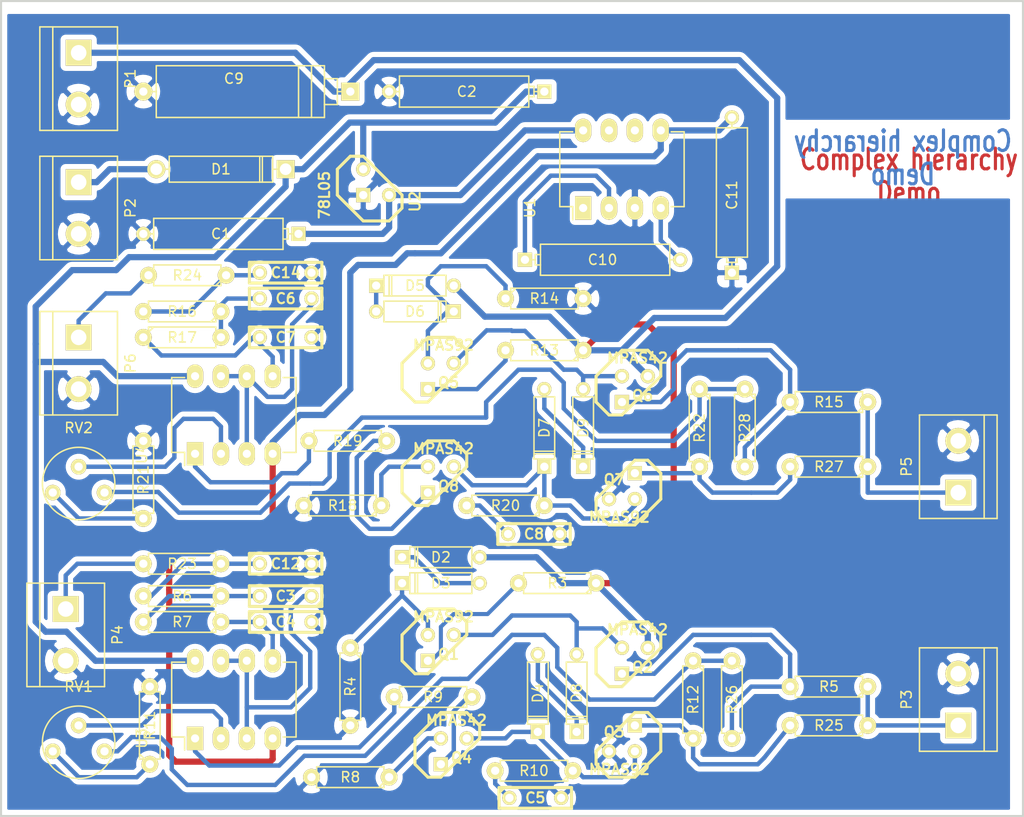
<source format=kicad_pcb>
(kicad_pcb (version 20160815) (host pcbnew "(2017-01-12 revision 9bc2bb2)-master")
  (title_block (title Actionneur_piezo) (company "Kicad devs") (comment 1 Demo))
  (layers (0 Composant power) (31 Cuivre signal) (34 B.Paste user) (35 F.Paste user) (36 B.SilkS user) (37 F.SilkS user) (38 B.Mask user) (39 F.Mask user) (44 Edge.Cuts user))
  (net 0 "")
  (net 1 -VAA)
  (net 2 /12Vext)
  (net 3 /ampli_ht_horizontal/PIEZO_IN)
  (net 4 /ampli_ht_horizontal/PIEZO_OUT)
  (net 5 /ampli_ht_horizontal/S_OUT+)
  (net 6 /ampli_ht_horizontal/Vpil_0_3,3V)
  (net 7 /ampli_ht_vertical/PIEZO_IN)
  (net 8 /ampli_ht_vertical/PIEZO_OUT)
  (net 9 /ampli_ht_vertical/S_OUT+)
  (net 10 /ampli_ht_vertical/Vpil_0_3,3V)
  (net 11 GND)
  (net 12 HT)
  (net 13 "Net-(C10-Pad1)")
  (net 14 "Net-(C10-Pad2)")
  (net 15 "Net-(C12-Pad1)")
  (net 16 "Net-(C14-Pad1)")
  (net 17 "Net-(C3-Pad2)")
  (net 18 "Net-(C4-Pad1)")
  (net 19 "Net-(C5-Pad1)")
  (net 20 "Net-(C6-Pad2)")
  (net 21 "Net-(C7-Pad1)")
  (net 22 "Net-(C8-Pad1)")
  (net 23 "Net-(D4-Pad1)")
  (net 24 "Net-(D4-Pad2)")
  (net 25 "Net-(D7-Pad1)")
  (net 26 "Net-(D7-Pad2)")
  (net 27 "Net-(Q1-PadE)")
  (net 28 "Net-(Q2-PadE)")
  (net 29 "Net-(Q3-PadE)")
  (net 30 "Net-(Q4-PadB)")
  (net 31 "Net-(Q4-PadE)")
  (net 32 "Net-(Q5-PadE)")
  (net 33 "Net-(Q6-PadE)")
  (net 34 "Net-(Q7-PadE)")
  (net 35 "Net-(Q8-PadB)")
  (net 36 "Net-(Q8-PadE)")
  (net 37 "Net-(R11-Pad1)")
  (net 38 "Net-(R19-Pad2)")
  (net 39 "Net-(R21-Pad1)")
  (net 40 "Net-(R9-Pad2)")
  (net 41 "Net-(RV1-Pad2)")
  (net 42 "Net-(RV2-Pad2)")
  (net 43 VCC)
  (net 44 "Net-(U1-Pad6)")
  (net 45 "Net-(U1-Pad7)")
  (net 46 +12V)
  (net 47 "Net-(D2-Pad1)")
  (net 48 "Net-(D3-Pad1)")
  (net 49 "Net-(D5-Pad1)")
  (net 50 "Net-(D6-Pad1)")
  (net 51 "Net-(D8-Pad2)")
  (net 52 "Net-(D9-Pad2)")
  (module Connect:bornier2 (layer Composant) (at 95.885 87.376 270)
    (fp_text reference P6 (at 0 -5.08 270) (layer F.SilkS))
    (fp_text value CONN_2)
    (pad 2 thru_hole circle (at 2.54 0 270) (size 2.54 2.54) (drill 1.524) (layers *.Cu *.Mask F.SilkS) (net 11 GND))
    (pad 1 thru_hole rect (at -2.54 0 270) (size 2.54 2.54) (drill 1.524) (layers *.Cu *.Mask F.SilkS) (net 3 /ampli_ht_horizontal/PIEZO_IN))
  )
  (module Connect:bornier2 (layer Composant) (at 182.245 97.536 90)
    (fp_text reference P5 (at 0 -5.08 90) (layer F.SilkS))
    (fp_text value CONN_2)
    (pad 2 thru_hole circle (at 2.54 0 90) (size 2.54 2.54) (drill 1.524) (layers *.Cu *.Mask F.SilkS) (net 11 GND))
    (pad 1 thru_hole rect (at -2.54 0 90) (size 2.54 2.54) (drill 1.524) (layers *.Cu *.Mask F.SilkS) (net 4 /ampli_ht_horizontal/PIEZO_OUT))
  )
  (module Connect:bornier2 (layer Composant) (at 94.615 114.046 270)
    (fp_text reference P4 (at 0 -5.08 270) (layer F.SilkS))
    (fp_text value CONN_2)
    (pad 2 thru_hole circle (at 2.54 0 270) (size 2.54 2.54) (drill 1.524) (layers *.Cu *.Mask F.SilkS) (net 11 GND))
    (pad 1 thru_hole rect (at -2.54 0 270) (size 2.54 2.54) (drill 1.524) (layers *.Cu *.Mask F.SilkS) (net 7 /ampli_ht_vertical/PIEZO_IN))
  )
  (module Connect:bornier2 (layer Composant) (at 182.245 120.396 90)
    (fp_text reference P3 (at 0 -5.08 90) (layer F.SilkS))
    (fp_text value CONN_2)
    (pad 2 thru_hole circle (at 2.54 0 90) (size 2.54 2.54) (drill 1.524) (layers *.Cu *.Mask F.SilkS) (net 11 GND))
    (pad 1 thru_hole rect (at -2.54 0 90) (size 2.54 2.54) (drill 1.524) (layers *.Cu *.Mask F.SilkS) (net 8 /ampli_ht_vertical/PIEZO_OUT))
  )
  (module Connect:bornier2 (layer Composant) (at 95.885 72.136 270)
    (fp_text reference P2 (at 0 -5.08 270) (layer F.SilkS))
    (fp_text value CONN_2)
    (pad 2 thru_hole circle (at 2.54 0 270) (size 2.54 2.54) (drill 1.524) (layers *.Cu *.Mask F.SilkS) (net 11 GND))
    (pad 1 thru_hole rect (at -2.54 0 270) (size 2.54 2.54) (drill 1.524) (layers *.Cu *.Mask F.SilkS) (net 2 /12Vext))
  )
  (module Connect:bornier2 (layer Composant) (at 95.885 59.436 270)
    (fp_text reference P1 (at 0 -5.08 270) (layer F.SilkS))
    (fp_text value CONN_2)
    (pad 2 thru_hole circle (at 2.54 0 270) (size 2.54 2.54) (drill 1.524) (layers *.Cu *.Mask F.SilkS) (net 11 GND))
    (pad 1 thru_hole rect (at -2.54 0 270) (size 2.54 2.54) (drill 1.524) (layers *.Cu *.Mask F.SilkS) (net 12 HT))
  )
  (module Housings_DIP:DIP-8_W7.62mm_LongPads (layer Composant) (at 145.415 72.136 90)
    (fp_text reference U1 (at 0 -5.22 90) (layer F.SilkS))
    (fp_text value ICL7660)
    (pad 8 thru_hole oval (at 7.62 0 90) (size 2.3 1.6) (drill 0.8) (layers *.Cu *.Mask F.SilkS) (net 43 VCC))
    (pad 7 thru_hole oval (at 7.62 2.54 90) (size 2.3 1.6) (drill 0.8) (layers *.Cu *.Mask F.SilkS) (net 45 "Net-(U1-Pad7)"))
    (pad 6 thru_hole oval (at 7.62 5.08 90) (size 2.3 1.6) (drill 0.8) (layers *.Cu *.Mask F.SilkS) (net 44 "Net-(U1-Pad6)"))
    (pad 5 thru_hole oval (at 7.62 7.62 90) (size 2.3 1.6) (drill 0.8) (layers *.Cu *.Mask F.SilkS) (net 1 -VAA))
    (pad 4 thru_hole oval (at 0 7.62 90) (size 2.3 1.6) (drill 0.8) (layers *.Cu *.Mask F.SilkS) (net 14 "Net-(C10-Pad2)"))
    (pad 3 thru_hole oval (at 0 5.08 90) (size 2.3 1.6) (drill 0.8) (layers *.Cu *.Mask F.SilkS) (net 11 GND))
    (pad 2 thru_hole oval (at 0 2.54 90) (size 2.3 1.6) (drill 0.8) (layers *.Cu *.Mask F.SilkS) (net 13 "Net-(C10-Pad1)"))
    (pad 1 thru_hole rect (at 0 0 90) (size 2.3 1.6) (drill 0.8) (layers *.Cu *.Mask F.SilkS))
  )
  (module Housings_DIP:DIP-8_W7.62mm_LongPads (layer Composant) (at 107.315 124.206 90)
    (fp_text reference U3 (at 0 -5.22 90) (layer F.SilkS))
    (fp_text value LM358N)
    (pad 8 thru_hole oval (at 7.62 0 90) (size 2.3 1.6) (drill 0.8) (layers *.Cu *.Mask F.SilkS) (net 46 +12V))
    (pad 7 thru_hole oval (at 7.62 2.54 90) (size 2.3 1.6) (drill 0.8) (layers *.Cu *.Mask F.SilkS) (net 10 /ampli_ht_vertical/Vpil_0_3,3V))
    (pad 6 thru_hole oval (at 7.62 5.08 90) (size 2.3 1.6) (drill 0.8) (layers *.Cu *.Mask F.SilkS) (net 10 /ampli_ht_vertical/Vpil_0_3,3V))
    (pad 5 thru_hole oval (at 7.62 7.62 90) (size 2.3 1.6) (drill 0.8) (layers *.Cu *.Mask F.SilkS) (net 18 "Net-(C4-Pad1)"))
    (pad 4 thru_hole oval (at 0 7.62 90) (size 2.3 1.6) (drill 0.8) (layers *.Cu *.Mask F.SilkS) (net 1 -VAA))
    (pad 3 thru_hole oval (at 0 5.08 90) (size 2.3 1.6) (drill 0.8) (layers *.Cu *.Mask F.SilkS) (net 10 /ampli_ht_vertical/Vpil_0_3,3V))
    (pad 2 thru_hole oval (at 0 2.54 90) (size 2.3 1.6) (drill 0.8) (layers *.Cu *.Mask F.SilkS) (net 41 "Net-(RV1-Pad2)"))
    (pad 1 thru_hole rect (at 0 0 90) (size 2.3 1.6) (drill 0.8) (layers *.Cu *.Mask F.SilkS) (net 40 "Net-(R9-Pad2)"))
  )
  (module Housings_DIP:DIP-8_W7.62mm_LongPads (layer Composant) (at 107.315 96.266 90)
    (fp_text reference U4 (at 0 -5.22 90) (layer F.SilkS))
    (fp_text value LM358N)
    (pad 8 thru_hole oval (at 7.62 0 90) (size 2.3 1.6) (drill 0.8) (layers *.Cu *.Mask F.SilkS) (net 46 +12V))
    (pad 7 thru_hole oval (at 7.62 2.54 90) (size 2.3 1.6) (drill 0.8) (layers *.Cu *.Mask F.SilkS) (net 6 /ampli_ht_horizontal/Vpil_0_3,3V))
    (pad 6 thru_hole oval (at 7.62 5.08 90) (size 2.3 1.6) (drill 0.8) (layers *.Cu *.Mask F.SilkS) (net 6 /ampli_ht_horizontal/Vpil_0_3,3V))
    (pad 5 thru_hole oval (at 7.62 7.62 90) (size 2.3 1.6) (drill 0.8) (layers *.Cu *.Mask F.SilkS) (net 21 "Net-(C7-Pad1)"))
    (pad 4 thru_hole oval (at 0 7.62 90) (size 2.3 1.6) (drill 0.8) (layers *.Cu *.Mask F.SilkS) (net 1 -VAA))
    (pad 3 thru_hole oval (at 0 5.08 90) (size 2.3 1.6) (drill 0.8) (layers *.Cu *.Mask F.SilkS) (net 6 /ampli_ht_horizontal/Vpil_0_3,3V))
    (pad 2 thru_hole oval (at 0 2.54 90) (size 2.3 1.6) (drill 0.8) (layers *.Cu *.Mask F.SilkS) (net 42 "Net-(RV2-Pad2)"))
    (pad 1 thru_hole rect (at 0 0 90) (size 2.3 1.6) (drill 0.8) (layers *.Cu *.Mask F.SilkS) (net 38 "Net-(R19-Pad2)"))
  )
  (module Discret:CP6 (layer Composant) (at 109.855 74.676 180)
    (fp_text reference C1 (at 0 0 180) (layer F.SilkS))
    (fp_text value 47uF)
    (pad 1 thru_hole rect (at -7.62 0 180) (size 1.397 1.397) (drill 0.8128) (layers *.Cu *.Mask F.SilkS) (net 43 VCC))
    (pad 2 thru_hole circle (at 7.62 0 180) (size 1.397 1.397) (drill 0.8128) (layers *.Cu *.Mask F.SilkS) (net 11 GND))
  )
  (module Discret:CP6 (layer Composant) (at 133.985 60.706 180)
    (fp_text reference C2 (at 0 0 180) (layer F.SilkS))
    (fp_text value 47uF/20V)
    (pad 1 thru_hole rect (at -7.62 0 180) (size 1.397 1.397) (drill 0.8128) (layers *.Cu *.Mask F.SilkS) (net 46 +12V))
    (pad 2 thru_hole circle (at 7.62 0 180) (size 1.397 1.397) (drill 0.8128) (layers *.Cu *.Mask F.SilkS) (net 11 GND))
  )
  (module Discret:C2 (layer Composant) (at 116.205 110.236 180)
    (fp_text reference C3 (at 0 0 180) (layer F.SilkS) (effects (font (thickness 0.2))))
    (fp_text value 15nF hide)
    (pad 1 thru_hole circle (at -2.54 0 180) (size 1.397 1.397) (drill 0.8128) (layers *.Cu *.Mask F.SilkS) (net 10 /ampli_ht_vertical/Vpil_0_3,3V))
    (pad 2 thru_hole circle (at 2.54 0 180) (size 1.397 1.397) (drill 0.8128) (layers *.Cu *.Mask F.SilkS) (net 17 "Net-(C3-Pad2)"))
  )
  (module Discret:C2 (layer Composant) (at 116.205 112.776)
    (fp_text reference C4 (at 0 0) (layer F.SilkS) (effects (font (thickness 0.2))))
    (fp_text value 4.7nF hide)
    (pad 1 thru_hole circle (at -2.54 0) (size 1.397 1.397) (drill 0.8128) (layers *.Cu *.Mask F.SilkS) (net 18 "Net-(C4-Pad1)"))
    (pad 2 thru_hole circle (at 2.54 0) (size 1.397 1.397) (drill 0.8128) (layers *.Cu *.Mask F.SilkS) (net 11 GND))
  )
  (module Discret:C2 (layer Composant) (at 140.716 130.048)
    (fp_text reference C5 (at 0 0) (layer F.SilkS) (effects (font (thickness 0.2))))
    (fp_text value 820pF hide)
    (pad 1 thru_hole circle (at -2.54 0) (size 1.397 1.397) (drill 0.8128) (layers *.Cu *.Mask F.SilkS) (net 19 "Net-(C5-Pad1)"))
    (pad 2 thru_hole circle (at 2.54 0) (size 1.397 1.397) (drill 0.8128) (layers *.Cu *.Mask F.SilkS) (net 11 GND))
  )
  (module Discret:C2 (layer Composant) (at 116.205 81.026 180)
    (fp_text reference C6 (at 0 0 180) (layer F.SilkS) (effects (font (thickness 0.2))))
    (fp_text value 15nF hide)
    (pad 1 thru_hole circle (at -2.54 0 180) (size 1.397 1.397) (drill 0.8128) (layers *.Cu *.Mask F.SilkS) (net 6 /ampli_ht_horizontal/Vpil_0_3,3V))
    (pad 2 thru_hole circle (at 2.54 0 180) (size 1.397 1.397) (drill 0.8128) (layers *.Cu *.Mask F.SilkS) (net 20 "Net-(C6-Pad2)"))
  )
  (module Discret:C2 (layer Composant) (at 116.205 84.836)
    (fp_text reference C7 (at 0 0) (layer F.SilkS) (effects (font (thickness 0.2))))
    (fp_text value 4.7nF hide)
    (pad 1 thru_hole circle (at -2.54 0) (size 1.397 1.397) (drill 0.8128) (layers *.Cu *.Mask F.SilkS) (net 21 "Net-(C7-Pad1)"))
    (pad 2 thru_hole circle (at 2.54 0) (size 1.397 1.397) (drill 0.8128) (layers *.Cu *.Mask F.SilkS) (net 11 GND))
  )
  (module Discret:C2 (layer Composant) (at 140.589 104.14)
    (fp_text reference C8 (at 0 0) (layer F.SilkS) (effects (font (thickness 0.2))))
    (fp_text value 820pF hide)
    (pad 1 thru_hole circle (at -2.54 0) (size 1.397 1.397) (drill 0.8128) (layers *.Cu *.Mask F.SilkS) (net 22 "Net-(C8-Pad1)"))
    (pad 2 thru_hole circle (at 2.54 0) (size 1.397 1.397) (drill 0.8128) (layers *.Cu *.Mask F.SilkS) (net 11 GND))
  )
  (module Discret:CP8 (layer Composant) (at 112.395 60.706 180)
    (fp_text reference C9 (at 1.27 1.27 180) (layer F.SilkS))
    (fp_text value 47uF/63V)
    (pad 1 thru_hole rect (at -10.16 0 180) (size 1.778 1.778) (drill 0.8128) (layers *.Cu *.Mask F.SilkS) (net 12 HT))
    (pad 2 thru_hole circle (at 10.16 0 180) (size 1.778 1.778) (drill 0.8128) (layers *.Cu *.Mask F.SilkS) (net 11 GND))
  )
  (module Discret:CP6 (layer Composant) (at 147.32 77.216)
    (fp_text reference C10 (at 0 0) (layer F.SilkS))
    (fp_text value 10uF)
    (pad 1 thru_hole rect (at -7.62 0) (size 1.397 1.397) (drill 0.8128) (layers *.Cu *.Mask F.SilkS) (net 13 "Net-(C10-Pad1)"))
    (pad 2 thru_hole circle (at 7.62 0) (size 1.397 1.397) (drill 0.8128) (layers *.Cu *.Mask F.SilkS) (net 14 "Net-(C10-Pad2)"))
  )
  (module Discret:CP6 (layer Composant) (at 160.02 70.866 90)
    (fp_text reference C11 (at 0 0 90) (layer F.SilkS))
    (fp_text value 10uF)
    (pad 1 thru_hole rect (at -7.62 0 90) (size 1.397 1.397) (drill 0.8128) (layers *.Cu *.Mask F.SilkS) (net 11 GND))
    (pad 2 thru_hole circle (at 7.62 0 90) (size 1.397 1.397) (drill 0.8128) (layers *.Cu *.Mask F.SilkS) (net 1 -VAA))
  )
  (module Discret:C2 (layer Composant) (at 116.205 107.061)
    (fp_text reference C12 (at 0 0) (layer F.SilkS) (effects (font (thickness 0.2))))
    (fp_text value 150nF hide)
    (pad 1 thru_hole circle (at -2.54 0) (size 1.397 1.397) (drill 0.8128) (layers *.Cu *.Mask F.SilkS) (net 15 "Net-(C12-Pad1)"))
    (pad 2 thru_hole circle (at 2.54 0) (size 1.397 1.397) (drill 0.8128) (layers *.Cu *.Mask F.SilkS) (net 11 GND))
  )
  (module Discret:C2 (layer Composant) (at 116.205 78.486)
    (fp_text reference C14 (at 0 0) (layer F.SilkS) (effects (font (thickness 0.2))))
    (fp_text value 150nF hide)
    (pad 1 thru_hole circle (at -2.54 0) (size 1.397 1.397) (drill 0.8128) (layers *.Cu *.Mask F.SilkS) (net 16 "Net-(C14-Pad1)"))
    (pad 2 thru_hole circle (at 2.54 0) (size 1.397 1.397) (drill 0.8128) (layers *.Cu *.Mask F.SilkS) (net 11 GND))
  )
  (module Discret:D5 (layer Composant) (at 109.855 68.326)
    (fp_text reference D1 (at 0 0) (layer F.SilkS))
    (fp_text value 1N4007)
    (pad 2 thru_hole circle (at -6.35 0) (size 1.778 1.778) (drill 1.143) (layers *.Cu *.Mask F.SilkS) (net 2 /12Vext))
    (pad 1 thru_hole rect (at 6.35 0) (size 1.778 1.778) (drill 1.143) (layers *.Cu *.Mask F.SilkS) (net 46 +12V))
  )
  (module Discret:D3 (layer Composant) (at 131.445 106.426 180)
    (fp_text reference D2 (at 0 0 180) (layer F.SilkS))
    (fp_text value 1N4148)
    (pad 1 thru_hole rect (at 3.81 0 180) (size 1.397 1.397) (drill 0.8128) (layers *.Cu *.Mask F.SilkS) (net 47 "Net-(D2-Pad1)"))
    (pad 2 thru_hole circle (at -3.81 0 180) (size 1.397 1.397) (drill 0.8128) (layers *.Cu *.Mask F.SilkS) (net 12 HT))
  )
  (module Discret:D3 (layer Composant) (at 131.445 108.966 180)
    (fp_text reference D3 (at 0 0 180) (layer F.SilkS))
    (fp_text value 1N4148)
    (pad 1 thru_hole rect (at 3.81 0 180) (size 1.397 1.397) (drill 0.8128) (layers *.Cu *.Mask F.SilkS) (net 48 "Net-(D3-Pad1)"))
    (pad 2 thru_hole circle (at -3.81 0 180) (size 1.397 1.397) (drill 0.8128) (layers *.Cu *.Mask F.SilkS) (net 47 "Net-(D2-Pad1)"))
  )
  (module Discret:D3 (layer Composant) (at 140.97 119.761 270)
    (fp_text reference D4 (at 0 0 270) (layer F.SilkS))
    (fp_text value 1N4148)
    (pad 1 thru_hole rect (at 3.81 0 270) (size 1.397 1.397) (drill 0.8128) (layers *.Cu *.Mask F.SilkS) (net 23 "Net-(D4-Pad1)"))
    (pad 2 thru_hole circle (at -3.81 0 270) (size 1.397 1.397) (drill 0.8128) (layers *.Cu *.Mask F.SilkS) (net 24 "Net-(D4-Pad2)"))
  )
  (module Discret:D3 (layer Composant) (at 128.905 79.756 180)
    (fp_text reference D5 (at 0 0 180) (layer F.SilkS))
    (fp_text value 1N4148)
    (pad 1 thru_hole rect (at 3.81 0 180) (size 1.397 1.397) (drill 0.8128) (layers *.Cu *.Mask F.SilkS) (net 49 "Net-(D5-Pad1)"))
    (pad 2 thru_hole circle (at -3.81 0 180) (size 1.397 1.397) (drill 0.8128) (layers *.Cu *.Mask F.SilkS) (net 12 HT))
  )
  (module Discret:D3 (layer Composant) (at 128.905 82.296)
    (fp_text reference D6 (at 0 0) (layer F.SilkS))
    (fp_text value 1N4148)
    (pad 1 thru_hole rect (at 3.81 0) (size 1.397 1.397) (drill 0.8128) (layers *.Cu *.Mask F.SilkS) (net 50 "Net-(D6-Pad1)"))
    (pad 2 thru_hole circle (at -3.81 0) (size 1.397 1.397) (drill 0.8128) (layers *.Cu *.Mask F.SilkS) (net 49 "Net-(D5-Pad1)"))
  )
  (module Discret:D3 (layer Composant) (at 141.605 93.726 270)
    (fp_text reference D7 (at 0 0 270) (layer F.SilkS))
    (fp_text value 1N4148)
    (pad 1 thru_hole rect (at 3.81 0 270) (size 1.397 1.397) (drill 0.8128) (layers *.Cu *.Mask F.SilkS) (net 25 "Net-(D7-Pad1)"))
    (pad 2 thru_hole circle (at -3.81 0 270) (size 1.397 1.397) (drill 0.8128) (layers *.Cu *.Mask F.SilkS) (net 26 "Net-(D7-Pad2)"))
  )
  (module Discret:D3 (layer Composant) (at 144.78 119.761 270)
    (fp_text reference D8 (at 0 0 270) (layer F.SilkS))
    (fp_text value 1N4148)
    (pad 1 thru_hole rect (at 3.81 0 270) (size 1.397 1.397) (drill 0.8128) (layers *.Cu *.Mask F.SilkS) (net 24 "Net-(D4-Pad2)"))
    (pad 2 thru_hole circle (at -3.81 0 270) (size 1.397 1.397) (drill 0.8128) (layers *.Cu *.Mask F.SilkS) (net 51 "Net-(D8-Pad2)"))
  )
  (module Discret:D3 (layer Composant) (at 145.415 93.726 270)
    (fp_text reference D9 (at 0 0 270) (layer F.SilkS))
    (fp_text value 1N4148)
    (pad 1 thru_hole rect (at 3.81 0 270) (size 1.397 1.397) (drill 0.8128) (layers *.Cu *.Mask F.SilkS) (net 26 "Net-(D7-Pad2)"))
    (pad 2 thru_hole circle (at -3.81 0 270) (size 1.397 1.397) (drill 0.8128) (layers *.Cu *.Mask F.SilkS) (net 52 "Net-(D9-Pad2)"))
  )
  (module Discret:TO92-CBE (layer Composant) (at 131.445 115.316)
    (fp_text reference Q1 (at 0.762 0.635) (layer F.SilkS) (effects (font (size 1.016 1.016) (thickness 0.2032))))
    (fp_text value MPAS92 (at 0.254 -3.048) (layer F.SilkS) (effects (font (size 1.016 1.016) (thickness 0.2032))))
    (pad E thru_hole rect (at -1.27 1.27) (size 1.397 1.397) (drill 0.8128) (layers *.Cu *.Mask F.SilkS) (net 27 "Net-(Q1-PadE)"))
    (pad B thru_hole circle (at -1.27 -1.27) (size 1.397 1.397) (drill 0.8128) (layers *.Cu *.Mask F.SilkS) (net 48 "Net-(D3-Pad1)"))
    (pad C thru_hole circle (at 1.27 -1.27) (size 1.397 1.397) (drill 0.8128) (layers *.Cu *.Mask F.SilkS) (net 51 "Net-(D8-Pad2)"))
  )
  (module Discret:TO92-CBE (layer Composant) (at 150.495 116.586)
    (fp_text reference Q2 (at 0.762 0.635) (layer F.SilkS) (effects (font (size 1.016 1.016) (thickness 0.2032))))
    (fp_text value MPAS42 (at 0.254 -3.048) (layer F.SilkS) (effects (font (size 1.016 1.016) (thickness 0.2032))))
    (pad E thru_hole rect (at -1.27 1.27) (size 1.397 1.397) (drill 0.8128) (layers *.Cu *.Mask F.SilkS) (net 28 "Net-(Q2-PadE)"))
    (pad B thru_hole circle (at -1.27 -1.27) (size 1.397 1.397) (drill 0.8128) (layers *.Cu *.Mask F.SilkS) (net 51 "Net-(D8-Pad2)"))
    (pad C thru_hole circle (at 1.27 -1.27) (size 1.397 1.397) (drill 0.8128) (layers *.Cu *.Mask F.SilkS) (net 12 HT))
  )
  (module Discret:TO92-CBE (layer Composant) (at 149.225 124.206 180)
    (fp_text reference Q3 (at 0.762 0.635 180) (layer F.SilkS) (effects (font (size 1.016 1.016) (thickness 0.2032))))
    (fp_text value MPAS92 (at 0.254 -3.048 180) (layer F.SilkS) (effects (font (size 1.016 1.016) (thickness 0.2032))))
    (pad E thru_hole rect (at -1.27 1.27 180) (size 1.397 1.397) (drill 0.8128) (layers *.Cu *.Mask F.SilkS) (net 29 "Net-(Q3-PadE)"))
    (pad B thru_hole circle (at -1.27 -1.27 180) (size 1.397 1.397) (drill 0.8128) (layers *.Cu *.Mask F.SilkS) (net 23 "Net-(D4-Pad1)"))
    (pad C thru_hole circle (at 1.27 -1.27 180) (size 1.397 1.397) (drill 0.8128) (layers *.Cu *.Mask F.SilkS) (net 11 GND))
  )
  (module Discret:TO92-CBE (layer Composant) (at 132.715 125.476)
    (fp_text reference Q4 (at 0.762 0.635) (layer F.SilkS) (effects (font (size 1.016 1.016) (thickness 0.2032))))
    (fp_text value MPAS42 (at 0.254 -3.048) (layer F.SilkS) (effects (font (size 1.016 1.016) (thickness 0.2032))))
    (pad E thru_hole rect (at -1.27 1.27) (size 1.397 1.397) (drill 0.8128) (layers *.Cu *.Mask F.SilkS) (net 31 "Net-(Q4-PadE)"))
    (pad B thru_hole circle (at -1.27 -1.27) (size 1.397 1.397) (drill 0.8128) (layers *.Cu *.Mask F.SilkS) (net 30 "Net-(Q4-PadB)"))
    (pad C thru_hole circle (at 1.27 -1.27) (size 1.397 1.397) (drill 0.8128) (layers *.Cu *.Mask F.SilkS) (net 23 "Net-(D4-Pad1)"))
  )
  (module Discret:TO92-CBE (layer Composant) (at 131.445 88.646)
    (fp_text reference Q5 (at 0.762 0.635) (layer F.SilkS) (effects (font (size 1.016 1.016) (thickness 0.2032))))
    (fp_text value MPAS92 (at 0.254 -3.048) (layer F.SilkS) (effects (font (size 1.016 1.016) (thickness 0.2032))))
    (pad E thru_hole rect (at -1.27 1.27) (size 1.397 1.397) (drill 0.8128) (layers *.Cu *.Mask F.SilkS) (net 32 "Net-(Q5-PadE)"))
    (pad B thru_hole circle (at -1.27 -1.27) (size 1.397 1.397) (drill 0.8128) (layers *.Cu *.Mask F.SilkS) (net 50 "Net-(D6-Pad1)"))
    (pad C thru_hole circle (at 1.27 -1.27) (size 1.397 1.397) (drill 0.8128) (layers *.Cu *.Mask F.SilkS) (net 52 "Net-(D9-Pad2)"))
  )
  (module Discret:TO92-CBE (layer Composant) (at 150.495 89.916)
    (fp_text reference Q6 (at 0.762 0.635) (layer F.SilkS) (effects (font (size 1.016 1.016) (thickness 0.2032))))
    (fp_text value MPAS42 (at 0.254 -3.048) (layer F.SilkS) (effects (font (size 1.016 1.016) (thickness 0.2032))))
    (pad E thru_hole rect (at -1.27 1.27) (size 1.397 1.397) (drill 0.8128) (layers *.Cu *.Mask F.SilkS) (net 33 "Net-(Q6-PadE)"))
    (pad B thru_hole circle (at -1.27 -1.27) (size 1.397 1.397) (drill 0.8128) (layers *.Cu *.Mask F.SilkS) (net 52 "Net-(D9-Pad2)"))
    (pad C thru_hole circle (at 1.27 -1.27) (size 1.397 1.397) (drill 0.8128) (layers *.Cu *.Mask F.SilkS) (net 12 HT))
  )
  (module Discret:TO92-CBE (layer Composant) (at 149.225 99.441 180)
    (fp_text reference Q7 (at 0.762 0.635 180) (layer F.SilkS) (effects (font (size 1.016 1.016) (thickness 0.2032))))
    (fp_text value MPAS92 (at 0.254 -3.048 180) (layer F.SilkS) (effects (font (size 1.016 1.016) (thickness 0.2032))))
    (pad E thru_hole rect (at -1.27 1.27 180) (size 1.397 1.397) (drill 0.8128) (layers *.Cu *.Mask F.SilkS) (net 34 "Net-(Q7-PadE)"))
    (pad B thru_hole circle (at -1.27 -1.27 180) (size 1.397 1.397) (drill 0.8128) (layers *.Cu *.Mask F.SilkS) (net 25 "Net-(D7-Pad1)"))
    (pad C thru_hole circle (at 1.27 -1.27 180) (size 1.397 1.397) (drill 0.8128) (layers *.Cu *.Mask F.SilkS) (net 11 GND))
  )
  (module Discret:TO92-CBE (layer Composant) (at 131.445 98.806)
    (fp_text reference Q8 (at 0.762 0.635) (layer F.SilkS) (effects (font (size 1.016 1.016) (thickness 0.2032))))
    (fp_text value MPAS42 (at 0.254 -3.048) (layer F.SilkS) (effects (font (size 1.016 1.016) (thickness 0.2032))))
    (pad E thru_hole rect (at -1.27 1.27) (size 1.397 1.397) (drill 0.8128) (layers *.Cu *.Mask F.SilkS) (net 36 "Net-(Q8-PadE)"))
    (pad B thru_hole circle (at -1.27 -1.27) (size 1.397 1.397) (drill 0.8128) (layers *.Cu *.Mask F.SilkS) (net 35 "Net-(Q8-PadB)"))
    (pad C thru_hole circle (at 1.27 -1.27) (size 1.397 1.397) (drill 0.8128) (layers *.Cu *.Mask F.SilkS) (net 25 "Net-(D7-Pad1)"))
  )
  (module Discret:R3-LARGE_PADS (layer Composant) (at 142.875 108.966 180)
    (fp_text reference R3 (at 0 0 180) (layer F.SilkS))
    (fp_text value 470)
    (pad 1 thru_hole circle (at -3.81 0 180) (size 1.651 1.651) (drill 0.8128) (layers *.Cu *.Mask F.SilkS) (net 12 HT))
    (pad 2 thru_hole circle (at 3.81 0 180) (size 1.651 1.651) (drill 0.8128) (layers *.Cu *.Mask F.SilkS) (net 27 "Net-(Q1-PadE)"))
  )
  (module Discret:R3-LARGE_PADS (layer Composant) (at 122.555 119.126 270)
    (fp_text reference R4 (at 0 0 270) (layer F.SilkS))
    (fp_text value 220K)
    (pad 1 thru_hole circle (at -3.81 0 270) (size 1.651 1.651) (drill 0.8128) (layers *.Cu *.Mask F.SilkS) (net 48 "Net-(D3-Pad1)"))
    (pad 2 thru_hole circle (at 3.81 0 270) (size 1.651 1.651) (drill 0.8128) (layers *.Cu *.Mask F.SilkS) (net 11 GND))
  )
  (module Discret:R3-LARGE_PADS (layer Composant) (at 169.545 119.126 180)
    (fp_text reference R5 (at 0 0 180) (layer F.SilkS))
    (fp_text value 47)
    (pad 1 thru_hole circle (at -3.81 0 180) (size 1.651 1.651) (drill 0.8128) (layers *.Cu *.Mask F.SilkS) (net 8 /ampli_ht_vertical/PIEZO_OUT))
    (pad 2 thru_hole circle (at 3.81 0 180) (size 1.651 1.651) (drill 0.8128) (layers *.Cu *.Mask F.SilkS) (net 28 "Net-(Q2-PadE)"))
  )
  (module Discret:R3-LARGE_PADS (layer Composant) (at 106.045 110.236 180)
    (fp_text reference R6 (at 0 0 180) (layer F.SilkS))
    (fp_text value 22K)
    (pad 1 thru_hole circle (at -3.81 0 180) (size 1.651 1.651) (drill 0.8128) (layers *.Cu *.Mask F.SilkS) (net 17 "Net-(C3-Pad2)"))
    (pad 2 thru_hole circle (at 3.81 0 180) (size 1.651 1.651) (drill 0.8128) (layers *.Cu *.Mask F.SilkS) (net 15 "Net-(C12-Pad1)"))
  )
  (module Discret:R3-LARGE_PADS (layer Composant) (at 106.045 112.776 180)
    (fp_text reference R7 (at 0 0 180) (layer F.SilkS))
    (fp_text value 22K)
    (pad 1 thru_hole circle (at -3.81 0 180) (size 1.651 1.651) (drill 0.8128) (layers *.Cu *.Mask F.SilkS) (net 18 "Net-(C4-Pad1)"))
    (pad 2 thru_hole circle (at 3.81 0 180) (size 1.651 1.651) (drill 0.8128) (layers *.Cu *.Mask F.SilkS) (net 17 "Net-(C3-Pad2)"))
  )
  (module Discret:R3-LARGE_PADS (layer Composant) (at 122.555 128.016 180)
    (fp_text reference R8 (at 0 0 180) (layer F.SilkS))
    (fp_text value 1K)
    (pad 1 thru_hole circle (at -3.81 0 180) (size 1.651 1.651) (drill 0.8128) (layers *.Cu *.Mask F.SilkS) (net 30 "Net-(Q4-PadB)"))
    (pad 2 thru_hole circle (at 3.81 0 180) (size 1.651 1.651) (drill 0.8128) (layers *.Cu *.Mask F.SilkS) (net 11 GND))
  )
  (module Discret:R3-LARGE_PADS (layer Composant) (at 130.683 120.142 180)
    (fp_text reference R9 (at 0 0 180) (layer F.SilkS))
    (fp_text value 1K)
    (pad 1 thru_hole circle (at -3.81 0 180) (size 1.651 1.651) (drill 0.8128) (layers *.Cu *.Mask F.SilkS) (net 31 "Net-(Q4-PadE)"))
    (pad 2 thru_hole circle (at 3.81 0 180) (size 1.651 1.651) (drill 0.8128) (layers *.Cu *.Mask F.SilkS) (net 40 "Net-(R9-Pad2)"))
  )
  (module Discret:R3-LARGE_PADS (layer Composant) (at 140.589 127.381 180)
    (fp_text reference R10 (at 0 0 180) (layer F.SilkS))
    (fp_text value 5,6K)
    (pad 1 thru_hole circle (at -3.81 0 180) (size 1.651 1.651) (drill 0.8128) (layers *.Cu *.Mask F.SilkS) (net 23 "Net-(D4-Pad1)"))
    (pad 2 thru_hole circle (at 3.81 0 180) (size 1.651 1.651) (drill 0.8128) (layers *.Cu *.Mask F.SilkS) (net 19 "Net-(C5-Pad1)"))
  )
  (module Discret:R3-LARGE_PADS (layer Composant) (at 102.87 122.936 90)
    (fp_text reference R11 (at 0 0 90) (layer F.SilkS))
    (fp_text value 4,7K)
    (pad 1 thru_hole circle (at -3.81 0 90) (size 1.651 1.651) (drill 0.8128) (layers *.Cu *.Mask F.SilkS) (net 37 "Net-(R11-Pad1)"))
    (pad 2 thru_hole circle (at 3.81 0 90) (size 1.651 1.651) (drill 0.8128) (layers *.Cu *.Mask F.SilkS) (net 11 GND))
  )
  (module Discret:R3-LARGE_PADS (layer Composant) (at 156.21 120.396 270)
    (fp_text reference R12 (at 0 0 270) (layer F.SilkS))
    (fp_text value 220K)
    (pad 1 thru_hole circle (at -3.81 0 270) (size 1.651 1.651) (drill 0.8128) (layers *.Cu *.Mask F.SilkS) (net 9 /ampli_ht_vertical/S_OUT+))
    (pad 2 thru_hole circle (at 3.81 0 270) (size 1.651 1.651) (drill 0.8128) (layers *.Cu *.Mask F.SilkS) (net 29 "Net-(Q3-PadE)"))
  )
  (module Discret:R3-LARGE_PADS (layer Composant) (at 141.605 86.106 180)
    (fp_text reference R13 (at 0 0 180) (layer F.SilkS))
    (fp_text value 470)
    (pad 1 thru_hole circle (at -3.81 0 180) (size 1.651 1.651) (drill 0.8128) (layers *.Cu *.Mask F.SilkS) (net 12 HT))
    (pad 2 thru_hole circle (at 3.81 0 180) (size 1.651 1.651) (drill 0.8128) (layers *.Cu *.Mask F.SilkS) (net 32 "Net-(Q5-PadE)"))
  )
  (module Discret:R3-LARGE_PADS (layer Composant) (at 141.605 81.026)
    (fp_text reference R14 (at 0 0) (layer F.SilkS))
    (fp_text value 220K)
    (pad 1 thru_hole circle (at -3.81 0) (size 1.651 1.651) (drill 0.8128) (layers *.Cu *.Mask F.SilkS) (net 50 "Net-(D6-Pad1)"))
    (pad 2 thru_hole circle (at 3.81 0) (size 1.651 1.651) (drill 0.8128) (layers *.Cu *.Mask F.SilkS) (net 11 GND))
  )
  (module Discret:R3-LARGE_PADS (layer Composant) (at 169.545 91.186 180)
    (fp_text reference R15 (at 0 0 180) (layer F.SilkS))
    (fp_text value 47)
    (pad 1 thru_hole circle (at -3.81 0 180) (size 1.651 1.651) (drill 0.8128) (layers *.Cu *.Mask F.SilkS) (net 4 /ampli_ht_horizontal/PIEZO_OUT))
    (pad 2 thru_hole circle (at 3.81 0 180) (size 1.651 1.651) (drill 0.8128) (layers *.Cu *.Mask F.SilkS) (net 33 "Net-(Q6-PadE)"))
  )
  (module Discret:R3-LARGE_PADS (layer Composant) (at 106.045 82.296 180)
    (fp_text reference R16 (at 0 0 180) (layer F.SilkS))
    (fp_text value 22K)
    (pad 1 thru_hole circle (at -3.81 0 180) (size 1.651 1.651) (drill 0.8128) (layers *.Cu *.Mask F.SilkS) (net 20 "Net-(C6-Pad2)"))
    (pad 2 thru_hole circle (at 3.81 0 180) (size 1.651 1.651) (drill 0.8128) (layers *.Cu *.Mask F.SilkS) (net 16 "Net-(C14-Pad1)"))
  )
  (module Discret:R3-LARGE_PADS (layer Composant) (at 106.045 84.836)
    (fp_text reference R17 (at 0 0) (layer F.SilkS))
    (fp_text value 22K)
    (pad 1 thru_hole circle (at -3.81 0) (size 1.651 1.651) (drill 0.8128) (layers *.Cu *.Mask F.SilkS) (net 21 "Net-(C7-Pad1)"))
    (pad 2 thru_hole circle (at 3.81 0) (size 1.651 1.651) (drill 0.8128) (layers *.Cu *.Mask F.SilkS) (net 20 "Net-(C6-Pad2)"))
  )
  (module Discret:R3-LARGE_PADS (layer Composant) (at 121.793 101.346 180)
    (fp_text reference R18 (at 0 0 180) (layer F.SilkS))
    (fp_text value 1K)
    (pad 1 thru_hole circle (at -3.81 0 180) (size 1.651 1.651) (drill 0.8128) (layers *.Cu *.Mask F.SilkS) (net 35 "Net-(Q8-PadB)"))
    (pad 2 thru_hole circle (at 3.81 0 180) (size 1.651 1.651) (drill 0.8128) (layers *.Cu *.Mask F.SilkS) (net 11 GND))
  )
  (module Discret:R3-LARGE_PADS (layer Composant) (at 122.301 94.996 180)
    (fp_text reference R19 (at 0 0 180) (layer F.SilkS))
    (fp_text value 1K)
    (pad 1 thru_hole circle (at -3.81 0 180) (size 1.651 1.651) (drill 0.8128) (layers *.Cu *.Mask F.SilkS) (net 36 "Net-(Q8-PadE)"))
    (pad 2 thru_hole circle (at 3.81 0 180) (size 1.651 1.651) (drill 0.8128) (layers *.Cu *.Mask F.SilkS) (net 38 "Net-(R19-Pad2)"))
  )
  (module Discret:R3-LARGE_PADS (layer Composant) (at 137.795 101.346 180)
    (fp_text reference R20 (at 0 0 180) (layer F.SilkS))
    (fp_text value 5,6K)
    (pad 1 thru_hole circle (at -3.81 0 180) (size 1.651 1.651) (drill 0.8128) (layers *.Cu *.Mask F.SilkS) (net 25 "Net-(D7-Pad1)"))
    (pad 2 thru_hole circle (at 3.81 0 180) (size 1.651 1.651) (drill 0.8128) (layers *.Cu *.Mask F.SilkS) (net 22 "Net-(C8-Pad1)"))
  )
  (module Discret:R3-LARGE_PADS (layer Composant) (at 102.235 98.806 90)
    (fp_text reference R21 (at 0 0 90) (layer F.SilkS))
    (fp_text value 4,7K)
    (pad 1 thru_hole circle (at -3.81 0 90) (size 1.651 1.651) (drill 0.8128) (layers *.Cu *.Mask F.SilkS) (net 39 "Net-(R21-Pad1)"))
    (pad 2 thru_hole circle (at 3.81 0 90) (size 1.651 1.651) (drill 0.8128) (layers *.Cu *.Mask F.SilkS) (net 11 GND))
  )
  (module Discret:R3-LARGE_PADS (layer Composant) (at 156.845 93.726 270)
    (fp_text reference R22 (at 0 0 270) (layer F.SilkS))
    (fp_text value 220K)
    (pad 1 thru_hole circle (at -3.81 0 270) (size 1.651 1.651) (drill 0.8128) (layers *.Cu *.Mask F.SilkS) (net 5 /ampli_ht_horizontal/S_OUT+))
    (pad 2 thru_hole circle (at 3.81 0 270) (size 1.651 1.651) (drill 0.8128) (layers *.Cu *.Mask F.SilkS) (net 34 "Net-(Q7-PadE)"))
  )
  (module Discret:R3-LARGE_PADS (layer Composant) (at 106.045 107.061 180)
    (fp_text reference R23 (at 0 0 180) (layer F.SilkS))
    (fp_text value 1K)
    (pad 1 thru_hole circle (at -3.81 0 180) (size 1.651 1.651) (drill 0.8128) (layers *.Cu *.Mask F.SilkS) (net 15 "Net-(C12-Pad1)"))
    (pad 2 thru_hole circle (at 3.81 0 180) (size 1.651 1.651) (drill 0.8128) (layers *.Cu *.Mask F.SilkS) (net 7 /ampli_ht_vertical/PIEZO_IN))
  )
  (module Discret:R3-LARGE_PADS (layer Composant) (at 106.553 78.74 180)
    (fp_text reference R24 (at 0 0 180) (layer F.SilkS))
    (fp_text value 1K)
    (pad 1 thru_hole circle (at -3.81 0 180) (size 1.651 1.651) (drill 0.8128) (layers *.Cu *.Mask F.SilkS) (net 16 "Net-(C14-Pad1)"))
    (pad 2 thru_hole circle (at 3.81 0 180) (size 1.651 1.651) (drill 0.8128) (layers *.Cu *.Mask F.SilkS) (net 3 /ampli_ht_horizontal/PIEZO_IN))
  )
  (module Discret:R3-LARGE_PADS (layer Composant) (at 169.545 122.936 180)
    (fp_text reference R25 (at 0 0 180) (layer F.SilkS))
    (fp_text value 47)
    (pad 1 thru_hole circle (at -3.81 0 180) (size 1.651 1.651) (drill 0.8128) (layers *.Cu *.Mask F.SilkS) (net 8 /ampli_ht_vertical/PIEZO_OUT))
    (pad 2 thru_hole circle (at 3.81 0 180) (size 1.651 1.651) (drill 0.8128) (layers *.Cu *.Mask F.SilkS) (net 29 "Net-(Q3-PadE)"))
  )
  (module Discret:R3-LARGE_PADS (layer Composant) (at 160.02 120.396 270)
    (fp_text reference R26 (at 0 0 270) (layer F.SilkS))
    (fp_text value 220K)
    (pad 1 thru_hole circle (at -3.81 0 270) (size 1.651 1.651) (drill 0.8128) (layers *.Cu *.Mask F.SilkS) (net 9 /ampli_ht_vertical/S_OUT+))
    (pad 2 thru_hole circle (at 3.81 0 270) (size 1.651 1.651) (drill 0.8128) (layers *.Cu *.Mask F.SilkS) (net 28 "Net-(Q2-PadE)"))
  )
  (module Discret:R3-LARGE_PADS (layer Composant) (at 169.545 97.536 180)
    (fp_text reference R27 (at 0 0 180) (layer F.SilkS))
    (fp_text value 47)
    (pad 1 thru_hole circle (at -3.81 0 180) (size 1.651 1.651) (drill 0.8128) (layers *.Cu *.Mask F.SilkS) (net 4 /ampli_ht_horizontal/PIEZO_OUT))
    (pad 2 thru_hole circle (at 3.81 0 180) (size 1.651 1.651) (drill 0.8128) (layers *.Cu *.Mask F.SilkS) (net 34 "Net-(Q7-PadE)"))
  )
  (module Discret:R3-LARGE_PADS (layer Composant) (at 161.29 93.726 270)
    (fp_text reference R28 (at 0 0 270) (layer F.SilkS))
    (fp_text value 220K)
    (pad 1 thru_hole circle (at -3.81 0 270) (size 1.651 1.651) (drill 0.8128) (layers *.Cu *.Mask F.SilkS) (net 5 /ampli_ht_horizontal/S_OUT+))
    (pad 2 thru_hole circle (at 3.81 0 270) (size 1.651 1.651) (drill 0.8128) (layers *.Cu *.Mask F.SilkS) (net 33 "Net-(Q6-PadE)"))
  )
  (module Discret:RV2 (layer Composant) (at 95.885 124.206)
    (fp_text reference RV1 (at 0 -5.08) (layer F.SilkS))
    (fp_text value 4,7K)
    (pad 1 thru_hole circle (at -2.54 1.27) (size 1.524 1.524) (drill 0.8128) (layers *.Cu *.Mask F.SilkS) (net 37 "Net-(R11-Pad1)"))
    (pad 2 thru_hole circle (at 0 -1.27) (size 1.524 1.524) (drill 0.8128) (layers *.Cu *.Mask F.SilkS) (net 41 "Net-(RV1-Pad2)"))
    (pad 3 thru_hole circle (at 2.54 1.27) (size 1.524 1.524) (drill 0.8128) (layers *.Cu *.Mask F.SilkS) (net 9 /ampli_ht_vertical/S_OUT+))
  )
  (module Discret:RV2 (layer Composant) (at 95.885 98.806)
    (fp_text reference RV2 (at 0 -5.08) (layer F.SilkS))
    (fp_text value 4,7K)
    (pad 1 thru_hole circle (at -2.54 1.27) (size 1.524 1.524) (drill 0.8128) (layers *.Cu *.Mask F.SilkS) (net 39 "Net-(R21-Pad1)"))
    (pad 2 thru_hole circle (at 0 -1.27) (size 1.524 1.524) (drill 0.8128) (layers *.Cu *.Mask F.SilkS) (net 42 "Net-(RV2-Pad2)"))
    (pad 3 thru_hole circle (at 2.54 1.27) (size 1.524 1.524) (drill 0.8128) (layers *.Cu *.Mask F.SilkS) (net 5 /ampli_ht_horizontal/S_OUT+))
  )
  (module Discret:LM78LXX (layer Composant) (at 125.095 69.596 90)
    (fp_text reference U2 (at -1.905 3.81 90) (layer F.SilkS) (effects (font (size 1.016 1.016) (thickness 0.2032))))
    (fp_text value 78L05 (at -1.27 -5.08 90) (layer F.SilkS) (effects (font (size 1.016 1.016) (thickness 0.2032))))
    (pad VI thru_hole circle (at 1.27 -1.27 90) (size 1.397 1.397) (drill 0.8128) (layers *.Cu *.Mask F.SilkS) (net 46 +12V))
    (pad GND thru_hole rect (at -1.27 -1.27 90) (size 1.397 1.397) (drill 0.8128) (layers *.Cu *.Mask F.SilkS) (net 11 GND))
    (pad VO thru_hole circle (at -1.27 1.27 90) (size 1.397 1.397) (drill 0.8128) (layers *.Cu *.Mask F.SilkS) (net 43 VCC))
  )
  (gr_text "Complex hierarchy\nDemo" (at 177.4 69) (layer Composant) (effects (font (size 2.032 1.524) (thickness 0.3048))))
  (gr_text "Complex hierarchy\nDemo" (at 176.8 67.2) (layer Cuivre) (effects (font (size 2.032 1.524) (thickness 0.3048)) (justify mirror)))
  (gr_line (start 88.265 131.826) (end 88.265 51.816) (angle 90) (layer Edge.Cuts) (width 0.2032))
  (gr_line (start 188.595 131.826) (end 88.265 131.826) (angle 90) (layer Edge.Cuts) (width 0.2032))
  (gr_line (start 188.595 51.816) (end 188.595 131.826) (angle 90) (layer Edge.Cuts) (width 0.2032))
  (gr_line (start 88.265 51.816) (end 188.595 51.816) (angle 90) (layer Edge.Cuts) (width 0.2032))
  (segment (start 104.775 106.807) (end 104.775 109.601) (width 0.6096) (layer Composant) (net 1))
  (segment (start 107.061 104.521) (end 104.775 106.807) (width 0.6096) (layer Composant) (net 1))
  (segment (start 112.776 104.521) (end 107.061 104.521) (width 0.6096) (layer Composant) (net 1))
  (segment (start 114.935 102.362) (end 112.776 104.521) (width 0.6096) (layer Composant) (net 1))
  (segment (start 114.935 96.266) (end 114.935 102.108) (width 0.6096) (layer Composant) (net 1))
  (segment (start 104.775 109.601) (end 104.775 125.857) (width 0.6096) (layer Composant) (net 1))
  (segment (start 114.935 102.108) (end 114.935 102.362) (width 0.6096) (layer Composant) (net 1))
  (segment (start 113.411 126.492) (end 105.41 126.492) (width 0.6096) (layer Composant) (net 1))
  (segment (start 105.41 126.492) (end 104.775 125.857) (width 0.6096) (layer Composant) (net 1))
  (segment (start 114.681 126.492) (end 114.935 126.238) (width 0.6096) (layer Composant) (net 1))
  (segment (start 114.935 126.238) (end 114.935 124.206) (width 0.6096) (layer Composant) (net 1))
  (segment (start 113.411 126.492) (end 114.681 126.492) (width 0.6096) (layer Composant) (net 1))
  (segment (start 158.75 64.516) (end 160.02 63.246) (width 0.6096) (layer Cuivre) (net 1))
  (segment (start 153.035 64.516) (end 158.75 64.516) (width 0.6096) (layer Cuivre) (net 1))
  (segment (start 128.905 76.581) (end 131.445 76.581) (width 0.6096) (layer Cuivre) (net 1))
  (segment (start 131.445 76.581) (end 140.97 67.056) (width 0.6096) (layer Cuivre) (net 1))
  (segment (start 140.97 67.056) (end 152.4 67.056) (width 0.6096) (layer Cuivre) (net 1))
  (segment (start 152.4 67.056) (end 153.035 66.421) (width 0.6096) (layer Cuivre) (net 1))
  (segment (start 153.035 66.421) (end 153.035 64.516) (width 0.6096) (layer Cuivre) (net 1))
  (segment (start 122.555 89.916) (end 122.555 78.486) (width 0.6096) (layer Cuivre) (net 1))
  (segment (start 120.015 92.456) (end 122.555 89.916) (width 0.6096) (layer Cuivre) (net 1))
  (segment (start 117.602 92.456) (end 120.015 92.456) (width 0.6096) (layer Cuivre) (net 1))
  (segment (start 114.935 95.123) (end 117.602 92.456) (width 0.6096) (layer Cuivre) (net 1))
  (segment (start 114.935 96.266) (end 114.935 95.123) (width 0.6096) (layer Cuivre) (net 1))
  (segment (start 128.143 76.581) (end 127 77.724) (width 0.6096) (layer Cuivre) (net 1))
  (segment (start 127 77.724) (end 123.317 77.724) (width 0.6096) (layer Cuivre) (net 1))
  (segment (start 123.317 77.724) (end 122.555 78.486) (width 0.6096) (layer Cuivre) (net 1))
  (segment (start 128.905 76.581) (end 128.143 76.581) (width 0.6096) (layer Cuivre) (net 1))
  (segment (start 95.885 69.596) (end 97.65792 69.596) (width 0.6096) (layer Cuivre) (net 2))
  (segment (start 98.92792 68.326) (end 97.65792 69.596) (width 0.6096) (layer Cuivre) (net 2))
  (segment (start 103.505 68.326) (end 98.92792 68.326) (width 0.6096) (layer Cuivre) (net 2))
  (segment (start 95.885 84.836) (end 95.885 83.185) (width 0.4318) (layer Cuivre) (net 3))
  (segment (start 98.552 80.518) (end 100.965 80.518) (width 0.4318) (layer Cuivre) (net 3))
  (segment (start 95.885 83.185) (end 98.552 80.518) (width 0.4318) (layer Cuivre) (net 3))
  (segment (start 100.965 80.518) (end 102.743 78.74) (width 0.4318) (layer Cuivre) (net 3))
  (segment (start 173.355 97.536) (end 173.355 91.186) (width 0.4318) (layer Cuivre) (net 4))
  (segment (start 173.355 100.076) (end 182.245 100.076) (width 0.4318) (layer Cuivre) (net 4))
  (segment (start 173.355 97.536) (end 173.355 100.076) (width 0.4318) (layer Cuivre) (net 4))
  (segment (start 156.845 89.916) (end 156.845 92.456) (width 0.4318) (layer Cuivre) (net 5))
  (segment (start 135.89 91.186) (end 139.065 88.011) (width 0.4318) (layer Cuivre) (net 5))
  (segment (start 139.065 88.011) (end 142.24 88.011) (width 0.4318) (layer Cuivre) (net 5))
  (segment (start 142.24 88.011) (end 143.51 89.281) (width 0.4318) (layer Cuivre) (net 5))
  (segment (start 143.51 89.281) (end 143.51 91.821) (width 0.4318) (layer Cuivre) (net 5))
  (segment (start 143.51 91.821) (end 146.685 94.996) (width 0.4318) (layer Cuivre) (net 5))
  (segment (start 135.89 92.71) (end 135.89 91.186) (width 0.4318) (layer Cuivre) (net 5))
  (segment (start 98.425 100.076) (end 98.48596 100.01504) (width 0.4318) (layer Cuivre) (net 5))
  (segment (start 113.7285 102.0445) (end 116.078 99.695) (width 0.4318) (layer Cuivre) (net 5))
  (segment (start 116.586 99.187) (end 116.078 99.695) (width 0.4318) (layer Cuivre) (net 5))
  (segment (start 98.48596 100.01504) (end 103.69804 100.01504) (width 0.4318) (layer Cuivre) (net 5))
  (segment (start 105.7275 102.0445) (end 103.69804 100.01504) (width 0.4318) (layer Cuivre) (net 5))
  (segment (start 105.7275 102.0445) (end 113.7285 102.0445) (width 0.4318) (layer Cuivre) (net 5))
  (segment (start 118.618 99.187) (end 119.888 99.187) (width 0.4318) (layer Cuivre) (net 5))
  (segment (start 119.888 99.187) (end 120.523 98.552) (width 0.4318) (layer Cuivre) (net 5))
  (segment (start 123.698 92.71) (end 120.523 95.885) (width 0.4318) (layer Cuivre) (net 5))
  (segment (start 120.523 95.885) (end 120.523 98.552) (width 0.4318) (layer Cuivre) (net 5))
  (segment (start 135.89 92.71) (end 123.698 92.71) (width 0.4318) (layer Cuivre) (net 5))
  (segment (start 118.618 99.187) (end 116.586 99.187) (width 0.4318) (layer Cuivre) (net 5))
  (segment (start 156.845 89.916) (end 161.29 89.916) (width 0.4318) (layer Cuivre) (net 5))
  (segment (start 154.305 94.996) (end 146.685 94.996) (width 0.4318) (layer Cuivre) (net 5))
  (segment (start 156.845 92.456) (end 154.305 94.996) (width 0.4318) (layer Cuivre) (net 5))
  (segment (start 116.84 89.916) (end 116.078 90.678) (width 0.4318) (layer Cuivre) (net 6))
  (segment (start 116.84 83.566) (end 116.84 89.916) (width 0.4318) (layer Cuivre) (net 6))
  (segment (start 114.427 90.678) (end 112.395 88.646) (width 0.4318) (layer Cuivre) (net 6))
  (segment (start 112.395 88.646) (end 112.395 96.266) (width 0.4318) (layer Cuivre) (net 6))
  (segment (start 116.078 90.678) (end 114.427 90.678) (width 0.4318) (layer Cuivre) (net 6))
  (segment (start 118.745 81.661) (end 116.84 83.566) (width 0.4318) (layer Cuivre) (net 6))
  (segment (start 118.745 81.026) (end 118.745 81.661) (width 0.4318) (layer Cuivre) (net 6))
  (segment (start 109.855 88.646) (end 112.395 88.646) (width 0.4318) (layer Cuivre) (net 6))
  (segment (start 94.615 111.506) (end 94.615 108.204) (width 0.4318) (layer Cuivre) (net 7))
  (segment (start 94.615 108.204) (end 95.758 107.061) (width 0.4318) (layer Cuivre) (net 7))
  (segment (start 95.758 107.061) (end 102.235 107.061) (width 0.4318) (layer Cuivre) (net 7))
  (segment (start 173.355 122.936) (end 182.245 122.936) (width 0.4318) (layer Cuivre) (net 8))
  (segment (start 173.355 122.936) (end 173.355 119.126) (width 0.4318) (layer Cuivre) (net 8))
  (segment (start 99.695 125.476) (end 101.092 124.079) (width 0.4318) (layer Cuivre) (net 9))
  (segment (start 103.886 124.079) (end 105.029 125.222) (width 0.4318) (layer Cuivre) (net 9))
  (segment (start 101.092 124.079) (end 103.886 124.079) (width 0.4318) (layer Cuivre) (net 9))
  (segment (start 98.425 125.476) (end 99.695 125.476) (width 0.4318) (layer Cuivre) (net 9))
  (segment (start 160.02 116.586) (end 156.21 116.586) (width 0.4318) (layer Cuivre) (net 9))
  (segment (start 152.4 120.396) (end 156.21 116.586) (width 0.4318) (layer Cuivre) (net 9))
  (segment (start 152.4 120.396) (end 146.05 120.396) (width 0.4318) (layer Cuivre) (net 9))
  (segment (start 142.875 117.221) (end 146.05 120.396) (width 0.4318) (layer Cuivre) (net 9))
  (segment (start 105.029 125.222) (end 105.029 127.254) (width 0.4318) (layer Cuivre) (net 9))
  (segment (start 142.875 115.316) (end 142.875 117.221) (width 0.4318) (layer Cuivre) (net 9))
  (segment (start 106.553 128.778) (end 105.029 127.254) (width 0.4318) (layer Cuivre) (net 9))
  (segment (start 141.605 114.046) (end 142.875 115.316) (width 0.4318) (layer Cuivre) (net 9))
  (segment (start 117.221 126.746) (end 115.189 128.778) (width 0.4318) (layer Cuivre) (net 9))
  (segment (start 124.0155 125.9205) (end 131.572 118.364) (width 0.4318) (layer Cuivre) (net 9))
  (segment (start 131.572 118.364) (end 133.35 118.364) (width 0.4318) (layer Cuivre) (net 9))
  (segment (start 118.0465 125.9205) (end 117.221 126.746) (width 0.4318) (layer Cuivre) (net 9))
  (segment (start 115.189 128.778) (end 106.553 128.778) (width 0.4318) (layer Cuivre) (net 9))
  (segment (start 124.0155 125.9205) (end 118.0465 125.9205) (width 0.4318) (layer Cuivre) (net 9))
  (segment (start 134.112 118.364) (end 138.43 114.046) (width 0.4318) (layer Cuivre) (net 9))
  (segment (start 138.43 114.046) (end 141.605 114.046) (width 0.4318) (layer Cuivre) (net 9))
  (segment (start 133.35 118.364) (end 134.112 118.364) (width 0.4318) (layer Cuivre) (net 9))
  (segment (start 112.395 124.206) (end 112.395 121.158) (width 0.4318) (layer Cuivre) (net 10))
  (segment (start 118.745 110.236) (end 117.983 110.236) (width 0.4318) (layer Cuivre) (net 10))
  (segment (start 116.713 111.506) (end 116.713 112.522) (width 0.4318) (layer Cuivre) (net 10))
  (segment (start 112.395 116.586) (end 109.855 116.586) (width 0.4318) (layer Cuivre) (net 10))
  (segment (start 117.983 110.236) (end 116.713 111.506) (width 0.4318) (layer Cuivre) (net 10))
  (segment (start 112.395 121.158) (end 112.395 116.586) (width 0.4318) (layer Cuivre) (net 10))
  (segment (start 116.713 113.792) (end 118.618 115.697) (width 0.4318) (layer Cuivre) (net 10))
  (segment (start 118.618 115.697) (end 118.618 119.253) (width 0.4318) (layer Cuivre) (net 10))
  (segment (start 118.618 119.253) (end 116.713 121.158) (width 0.4318) (layer Cuivre) (net 10))
  (segment (start 116.713 121.158) (end 112.395 121.158) (width 0.4318) (layer Cuivre) (net 10))
  (segment (start 116.713 112.522) (end 116.713 113.792) (width 0.4318) (layer Cuivre) (net 10))
  (segment (start 160.02 72.771) (end 160.02 78.486) (width 0.6096) (layer Cuivre) (net 11))
  (segment (start 123.825 70.866) (end 125.73 68.961) (width 0.6096) (layer Cuivre) (net 11))
  (segment (start 123.698 70.866) (end 123.825 70.866) (width 0.6096) (layer Cuivre) (net 11))
  (segment (start 156.21 68.961) (end 160.02 72.771) (width 0.6096) (layer Cuivre) (net 11))
  (segment (start 151.765 68.961) (end 156.21 68.961) (width 0.6096) (layer Cuivre) (net 11))
  (segment (start 150.495 72.136) (end 150.495 70.231) (width 0.6096) (layer Cuivre) (net 11))
  (segment (start 150.495 70.231) (end 151.765 68.961) (width 0.6096) (layer Cuivre) (net 11))
  (segment (start 152.4 82.931) (end 149.225 86.106) (width 0.6096) (layer Cuivre) (net 12))
  (segment (start 154.305 106.426) (end 151.765 108.966) (width 0.6096) (layer Composant) (net 12))
  (segment (start 121.76506 60.706) (end 120.97258 60.706) (width 0.6096) (layer Cuivre) (net 12))
  (segment (start 154.305 86.106) (end 154.305 106.426) (width 0.6096) (layer Composant) (net 12))
  (segment (start 151.765 83.566) (end 154.305 86.106) (width 0.6096) (layer Composant) (net 12))
  (segment (start 147.955 83.566) (end 151.765 83.566) (width 0.6096) (layer Composant) (net 12))
  (segment (start 151.765 108.966) (end 146.685 108.966) (width 0.6096) (layer Composant) (net 12))
  (segment (start 142.11046 82.80146) (end 145.415 86.106) (width 0.6096) (layer Cuivre) (net 12))
  (segment (start 151.765 88.646) (end 149.225 86.106) (width 0.6096) (layer Cuivre) (net 12))
  (segment (start 164.465 61.341) (end 164.465 77.851) (width 0.6096) (layer Cuivre) (net 12))
  (segment (start 149.225 86.106) (end 145.415 86.106) (width 0.6096) (layer Cuivre) (net 12))
  (segment (start 159.385 82.931) (end 152.4 82.931) (width 0.6096) (layer Cuivre) (net 12))
  (segment (start 120.97258 60.706) (end 117.16258 56.896) (width 0.6096) (layer Cuivre) (net 12))
  (segment (start 117.16258 56.896) (end 95.885 56.896) (width 0.6096) (layer Cuivre) (net 12))
  (segment (start 151.765 114.04854) (end 150.93696 113.21542) (width 0.6096) (layer Cuivre) (net 12))
  (segment (start 151.765 115.316) (end 151.765 114.04854) (width 0.6096) (layer Cuivre) (net 12))
  (segment (start 146.685 108.966) (end 150.93696 113.21542) (width 0.6096) (layer Cuivre) (net 12))
  (segment (start 121.76506 60.706) (end 124.8537 57.61736) (width 0.6096) (layer Cuivre) (net 12))
  (segment (start 135.76046 82.80146) (end 142.11046 82.80146) (width 0.6096) (layer Cuivre) (net 12))
  (segment (start 160.74136 57.61736) (end 164.465 61.341) (width 0.6096) (layer Cuivre) (net 12))
  (segment (start 145.415 86.106) (end 147.955 83.566) (width 0.6096) (layer Composant) (net 12))
  (segment (start 143.383 108.966) (end 146.685 108.966) (width 0.6096) (layer Cuivre) (net 12))
  (segment (start 164.465 77.851) (end 159.385 82.931) (width 0.6096) (layer Cuivre) (net 12))
  (segment (start 124.8537 57.61736) (end 160.74136 57.61736) (width 0.6096) (layer Cuivre) (net 12))
  (segment (start 122.555 60.706) (end 121.76506 60.706) (width 0.6096) (layer Cuivre) (net 12))
  (segment (start 140.716 106.426) (end 140.843 106.426) (width 0.6096) (layer Cuivre) (net 12))
  (segment (start 140.843 106.426) (end 143.383 108.966) (width 0.6096) (layer Cuivre) (net 12))
  (segment (start 135.255 106.426) (end 140.716 106.426) (width 0.6096) (layer Cuivre) (net 12))
  (segment (start 132.715 79.756) (end 135.76046 82.80146) (width 0.6096) (layer Cuivre) (net 12))
  (segment (start 139.7 71.501) (end 142.24 68.961) (width 0.4318) (layer Cuivre) (net 13))
  (segment (start 139.7 77.216) (end 139.7 71.501) (width 0.4318) (layer Cuivre) (net 13))
  (segment (start 146.685 68.961) (end 147.955 70.231) (width 0.4318) (layer Cuivre) (net 13))
  (segment (start 142.24 68.961) (end 146.685 68.961) (width 0.4318) (layer Cuivre) (net 13))
  (segment (start 147.955 70.231) (end 147.955 72.136) (width 0.4318) (layer Cuivre) (net 13))
  (segment (start 153.035 75.311) (end 154.94 77.216) (width 0.4318) (layer Cuivre) (net 14))
  (segment (start 153.035 72.136) (end 153.035 75.311) (width 0.4318) (layer Cuivre) (net 14))
  (segment (start 102.997 110.236) (end 106.172 107.061) (width 0.4318) (layer Cuivre) (net 15))
  (segment (start 109.855 107.061) (end 113.665 107.061) (width 0.4318) (layer Cuivre) (net 15))
  (segment (start 102.235 110.236) (end 102.997 110.236) (width 0.4318) (layer Cuivre) (net 15))
  (segment (start 106.172 107.061) (end 109.855 107.061) (width 0.4318) (layer Cuivre) (net 15))
  (segment (start 106.807 82.296) (end 110.363 78.74) (width 0.4318) (layer Cuivre) (net 16))
  (segment (start 113.411 78.74) (end 113.665 78.486) (width 0.4318) (layer Cuivre) (net 16))
  (segment (start 110.363 78.74) (end 113.411 78.74) (width 0.4318) (layer Cuivre) (net 16))
  (segment (start 102.235 82.296) (end 106.807 82.296) (width 0.4318) (layer Cuivre) (net 16))
  (segment (start 102.235 112.776) (end 104.775 110.236) (width 0.4318) (layer Cuivre) (net 17))
  (segment (start 104.775 110.236) (end 109.855 110.236) (width 0.4318) (layer Cuivre) (net 17))
  (segment (start 113.665 110.236) (end 109.855 110.236) (width 0.4318) (layer Cuivre) (net 17))
  (segment (start 113.665 112.776) (end 114.935 114.046) (width 0.4318) (layer Cuivre) (net 18))
  (segment (start 114.935 114.046) (end 114.935 116.586) (width 0.4318) (layer Cuivre) (net 18))
  (segment (start 109.855 112.776) (end 113.665 112.776) (width 0.4318) (layer Cuivre) (net 18))
  (segment (start 136.779 128.651) (end 138.176 130.048) (width 0.4318) (layer Cuivre) (net 19))
  (segment (start 136.779 127.381) (end 136.779 128.651) (width 0.4318) (layer Cuivre) (net 19))
  (segment (start 109.855 81.661) (end 110.49 81.026) (width 0.4318) (layer Cuivre) (net 20))
  (segment (start 110.49 81.026) (end 113.665 81.026) (width 0.4318) (layer Cuivre) (net 20))
  (segment (start 109.855 84.836) (end 109.855 82.296) (width 0.4318) (layer Cuivre) (net 20))
  (segment (start 109.855 82.296) (end 109.855 81.661) (width 0.4318) (layer Cuivre) (net 20))
  (segment (start 104.013 86.614) (end 102.235 84.836) (width 0.4318) (layer Cuivre) (net 21))
  (segment (start 113.665 84.836) (end 113.03 84.836) (width 0.4318) (layer Cuivre) (net 21))
  (segment (start 111.252 86.614) (end 104.013 86.614) (width 0.4318) (layer Cuivre) (net 21))
  (segment (start 113.665 84.836) (end 113.665 85.471) (width 0.4318) (layer Cuivre) (net 21))
  (segment (start 113.03 84.836) (end 111.252 86.614) (width 0.4318) (layer Cuivre) (net 21))
  (segment (start 114.935 86.741) (end 114.935 88.646) (width 0.4318) (layer Cuivre) (net 21))
  (segment (start 113.665 85.471) (end 114.935 86.741) (width 0.4318) (layer Cuivre) (net 21))
  (segment (start 133.985 101.346) (end 135.255 101.346) (width 0.4318) (layer Cuivre) (net 22))
  (segment (start 135.255 101.346) (end 138.049 104.14) (width 0.4318) (layer Cuivre) (net 22))
  (segment (start 138.43 123.571) (end 140.97 123.571) (width 0.4318) (layer Cuivre) (net 23))
  (segment (start 140.97 123.952) (end 144.399 127.381) (width 0.4318) (layer Cuivre) (net 23))
  (segment (start 140.97 123.571) (end 140.97 123.952) (width 0.4318) (layer Cuivre) (net 23))
  (segment (start 137.795 124.206) (end 138.43 123.571) (width 0.4318) (layer Cuivre) (net 23))
  (segment (start 150.495 126.746) (end 150.495 125.476) (width 0.4318) (layer Cuivre) (net 23))
  (segment (start 149.225 128.016) (end 150.495 126.746) (width 0.4318) (layer Cuivre) (net 23))
  (segment (start 145.415 128.016) (end 149.225 128.016) (width 0.4318) (layer Cuivre) (net 23))
  (segment (start 144.78 127.381) (end 145.415 128.016) (width 0.4318) (layer Cuivre) (net 23))
  (segment (start 144.399 127.381) (end 144.78 127.381) (width 0.4318) (layer Cuivre) (net 23))
  (segment (start 133.985 124.206) (end 137.795 124.206) (width 0.4318) (layer Cuivre) (net 23))
  (segment (start 140.97 115.951) (end 140.97 118.491) (width 0.4318) (layer Cuivre) (net 24))
  (segment (start 140.97 118.491) (end 144.78 122.301) (width 0.4318) (layer Cuivre) (net 24))
  (segment (start 144.78 122.301) (end 144.78 123.571) (width 0.4318) (layer Cuivre) (net 24))
  (segment (start 141.605 97.536) (end 141.67358 97.536) (width 0.4318) (layer Cuivre) (net 25))
  (segment (start 141.67358 97.536) (end 139.85494 99.35464) (width 0.4318) (layer Cuivre) (net 25))
  (segment (start 141.605 97.536) (end 141.605 101.346) (width 0.4318) (layer Cuivre) (net 25))
  (segment (start 139.85494 99.35464) (end 134.53364 99.35464) (width 0.4318) (layer Cuivre) (net 25))
  (segment (start 150.495 101.346) (end 149.225 102.616) (width 0.4318) (layer Cuivre) (net 25))
  (segment (start 149.225 102.616) (end 145.415 102.616) (width 0.4318) (layer Cuivre) (net 25))
  (segment (start 145.415 102.616) (end 144.145 101.346) (width 0.4318) (layer Cuivre) (net 25))
  (segment (start 144.145 101.346) (end 141.605 101.346) (width 0.4318) (layer Cuivre) (net 25))
  (segment (start 150.495 100.711) (end 150.495 101.346) (width 0.4318) (layer Cuivre) (net 25))
  (segment (start 134.53364 99.35464) (end 132.715 97.536) (width 0.4318) (layer Cuivre) (net 25))
  (segment (start 141.605 89.916) (end 141.605 91.821) (width 0.4318) (layer Cuivre) (net 26))
  (segment (start 141.605 91.821) (end 145.415 95.631) (width 0.4318) (layer Cuivre) (net 26))
  (segment (start 145.415 95.631) (end 145.415 97.536) (width 0.4318) (layer Cuivre) (net 26))
  (segment (start 130.514 116.586) (end 131.44787 115.65213) (width 0.4) (layer Cuivre) (net 27))
  (segment (start 131.44787 115.65213) (end 131.44787 113.25213) (width 0.4) (layer Cuivre) (net 27))
  (segment (start 131.44787 113.25213) (end 132.7 112) (width 0.4) (layer Cuivre) (net 27))
  (segment (start 132.7 112) (end 136.031 112) (width 0.4) (layer Cuivre) (net 27))
  (segment (start 136.031 112) (end 139.065 108.966) (width 0.4) (layer Cuivre) (net 27))
  (segment (start 130.175 116.586) (end 130.514 116.586) (width 0.4) (layer Cuivre) (net 27))
  (segment (start 163.83 114.046) (end 161.925 114.046) (width 0.4318) (layer Cuivre) (net 28))
  (segment (start 165.735 115.951) (end 163.83 114.046) (width 0.4318) (layer Cuivre) (net 28))
  (segment (start 152.4 117.856) (end 149.225 117.856) (width 0.4318) (layer Cuivre) (net 28))
  (segment (start 156.21 114.046) (end 152.4 117.856) (width 0.4318) (layer Cuivre) (net 28))
  (segment (start 161.925 114.046) (end 156.21 114.046) (width 0.4318) (layer Cuivre) (net 28))
  (segment (start 165.735 119.126) (end 165.735 115.951) (width 0.4318) (layer Cuivre) (net 28))
  (segment (start 160.02 121.031) (end 161.925 119.126) (width 0.4318) (layer Cuivre) (net 28))
  (segment (start 161.925 119.126) (end 165.735 119.126) (width 0.4318) (layer Cuivre) (net 28))
  (segment (start 160.02 124.206) (end 160.02 121.031) (width 0.4318) (layer Cuivre) (net 28))
  (segment (start 154.94 122.936) (end 156.21 124.206) (width 0.4318) (layer Cuivre) (net 29))
  (segment (start 150.495 122.936) (end 154.94 122.936) (width 0.4318) (layer Cuivre) (net 29))
  (segment (start 156.21 126.111) (end 156.845 126.746) (width 0.4318) (layer Cuivre) (net 29))
  (segment (start 156.845 126.746) (end 162.56 126.746) (width 0.4318) (layer Cuivre) (net 29))
  (segment (start 162.56 126.746) (end 163.195 126.111) (width 0.4318) (layer Cuivre) (net 29))
  (segment (start 163.195 126.111) (end 165.735 122.936) (width 0.4318) (layer Cuivre) (net 29))
  (segment (start 156.21 124.206) (end 156.21 126.111) (width 0.4318) (layer Cuivre) (net 29))
  (segment (start 126.365 128.016) (end 130.175 124.206) (width 0.4318) (layer Cuivre) (net 30))
  (segment (start 130.175 124.206) (end 131.445 124.206) (width 0.4318) (layer Cuivre) (net 30))
  (segment (start 132.715 125.476) (end 131.445 126.746) (width 0.4318) (layer Cuivre) (net 31))
  (segment (start 134.493 120.142) (end 134.112 120.142) (width 0.4318) (layer Cuivre) (net 31))
  (segment (start 132.715 121.539) (end 132.715 125.476) (width 0.4318) (layer Cuivre) (net 31))
  (segment (start 134.112 120.142) (end 132.715 121.539) (width 0.4318) (layer Cuivre) (net 31))
  (segment (start 130.175 89.916) (end 135.001 89.916) (width 0.4318) (layer Cuivre) (net 32))
  (segment (start 135.001 89.916) (end 137.795 87.122) (width 0.4318) (layer Cuivre) (net 32))
  (segment (start 137.795 87.122) (end 137.795 86.106) (width 0.4318) (layer Cuivre) (net 32))
  (segment (start 163.83 86.106) (end 160.655 86.106) (width 0.4318) (layer Cuivre) (net 33))
  (segment (start 165.735 88.011) (end 163.83 86.106) (width 0.4318) (layer Cuivre) (net 33))
  (segment (start 154.305 89.916) (end 153.035 91.186) (width 0.4318) (layer Cuivre) (net 33))
  (segment (start 149.225 91.186) (end 153.035 91.186) (width 0.4318) (layer Cuivre) (net 33))
  (segment (start 155.575 86.106) (end 160.655 86.106) (width 0.4318) (layer Cuivre) (net 33))
  (segment (start 154.305 87.376) (end 155.575 86.106) (width 0.4318) (layer Cuivre) (net 33))
  (segment (start 154.305 89.916) (end 154.305 87.376) (width 0.4318) (layer Cuivre) (net 33))
  (segment (start 165.735 91.186) (end 165.735 88.011) (width 0.4318) (layer Cuivre) (net 33))
  (segment (start 161.29 95.631) (end 165.735 91.186) (width 0.4318) (layer Cuivre) (net 33))
  (segment (start 161.29 97.536) (end 161.29 95.631) (width 0.4318) (layer Cuivre) (net 33))
  (segment (start 156.845 97.536) (end 156.845 98.806) (width 0.4318) (layer Cuivre) (net 34))
  (segment (start 158.115 100.076) (end 161.925 100.076) (width 0.4318) (layer Cuivre) (net 34))
  (segment (start 156.845 98.806) (end 158.115 100.076) (width 0.4318) (layer Cuivre) (net 34))
  (segment (start 156.21 98.171) (end 156.845 97.536) (width 0.4318) (layer Cuivre) (net 34))
  (segment (start 150.495 98.171) (end 156.21 98.171) (width 0.4318) (layer Cuivre) (net 34))
  (segment (start 165.735 98.806) (end 164.465 100.076) (width 0.4318) (layer Cuivre) (net 34))
  (segment (start 164.465 100.076) (end 161.925 100.076) (width 0.4318) (layer Cuivre) (net 34))
  (segment (start 165.735 97.536) (end 165.735 98.806) (width 0.4318) (layer Cuivre) (net 34))
  (segment (start 130.175 97.536) (end 126.365 97.536) (width 0.4318) (layer Cuivre) (net 35))
  (segment (start 125.603 98.298) (end 125.603 101.346) (width 0.4318) (layer Cuivre) (net 35))
  (segment (start 126.365 97.536) (end 125.603 98.298) (width 0.4318) (layer Cuivre) (net 35))
  (segment (start 124.46 103.632) (end 126.619 103.632) (width 0.4318) (layer Cuivre) (net 36))
  (segment (start 126.111 94.996) (end 124.841 94.996) (width 0.4318) (layer Cuivre) (net 36))
  (segment (start 124.841 94.996) (end 123.19 96.647) (width 0.4318) (layer Cuivre) (net 36))
  (segment (start 123.19 102.362) (end 124.46 103.632) (width 0.4318) (layer Cuivre) (net 36))
  (segment (start 123.19 96.647) (end 123.19 102.362) (width 0.4318) (layer Cuivre) (net 36))
  (segment (start 126.619 103.632) (end 130.175 100.076) (width 0.4318) (layer Cuivre) (net 36))
  (segment (start 95.885 128.016) (end 101.6 128.016) (width 0.4318) (layer Cuivre) (net 37))
  (segment (start 93.345 125.476) (end 95.885 128.016) (width 0.4318) (layer Cuivre) (net 37))
  (segment (start 102.87 126.746) (end 101.6 128.016) (width 0.4318) (layer Cuivre) (net 37))
  (segment (start 115.824 98.171) (end 114.935 99.06) (width 0.4318) (layer Cuivre) (net 38))
  (segment (start 107.315 96.266) (end 107.315 97.536) (width 0.4318) (layer Cuivre) (net 38))
  (segment (start 114.935 99.06) (end 115.824 98.171) (width 0.4318) (layer Cuivre) (net 38))
  (segment (start 107.315 97.536) (end 108.839 99.06) (width 0.4318) (layer Cuivre) (net 38))
  (segment (start 117.348 98.171) (end 118.491 97.028) (width 0.4318) (layer Cuivre) (net 38))
  (segment (start 116.967 98.171) (end 117.348 98.171) (width 0.4318) (layer Cuivre) (net 38))
  (segment (start 116.967 98.171) (end 115.824 98.171) (width 0.4318) (layer Cuivre) (net 38))
  (segment (start 108.839 99.06) (end 114.046 99.06) (width 0.4318) (layer Cuivre) (net 38))
  (segment (start 114.046 99.06) (end 114.935 99.06) (width 0.4318) (layer Cuivre) (net 38))
  (segment (start 118.491 97.028) (end 118.491 94.996) (width 0.4318) (layer Cuivre) (net 38))
  (segment (start 93.345 100.076) (end 95.885 102.616) (width 0.4318) (layer Cuivre) (net 39))
  (segment (start 95.885 102.616) (end 102.235 102.616) (width 0.4318) (layer Cuivre) (net 39))
  (segment (start 116.5225 125.9205) (end 115.57 126.873) (width 0.4318) (layer Cuivre) (net 40))
  (segment (start 116.5225 125.9205) (end 117.348 125.095) (width 0.4318) (layer Cuivre) (net 40))
  (segment (start 108.712 126.873) (end 107.315 125.476) (width 0.4318) (layer Cuivre) (net 40))
  (segment (start 117.348 125.095) (end 123.444 125.095) (width 0.4318) (layer Cuivre) (net 40))
  (segment (start 115.57 126.873) (end 108.712 126.873) (width 0.4318) (layer Cuivre) (net 40))
  (segment (start 107.315 125.476) (end 107.315 124.206) (width 0.4318) (layer Cuivre) (net 40))
  (segment (start 123.444 125.095) (end 126.873 121.666) (width 0.4318) (layer Cuivre) (net 40))
  (segment (start 126.873 121.666) (end 126.873 120.142) (width 0.4318) (layer Cuivre) (net 40))
  (segment (start 103.505 121.539) (end 109.093 121.539) (width 0.4318) (layer Cuivre) (net 41))
  (segment (start 109.855 122.301) (end 109.855 124.206) (width 0.4318) (layer Cuivre) (net 41))
  (segment (start 95.885 122.936) (end 102.108 122.936) (width 0.4318) (layer Cuivre) (net 41))
  (segment (start 102.108 122.936) (end 103.505 121.539) (width 0.4318) (layer Cuivre) (net 41))
  (segment (start 109.093 121.539) (end 109.855 122.301) (width 0.4318) (layer Cuivre) (net 41))
  (segment (start 104.394 97.536) (end 105.283 96.647) (width 0.4318) (layer Cuivre) (net 42))
  (segment (start 109.093 92.837) (end 109.855 93.599) (width 0.4318) (layer Cuivre) (net 42))
  (segment (start 109.855 93.599) (end 109.855 96.266) (width 0.4318) (layer Cuivre) (net 42))
  (segment (start 95.885 97.536) (end 104.394 97.536) (width 0.4318) (layer Cuivre) (net 42))
  (segment (start 105.283 96.647) (end 105.283 93.726) (width 0.4318) (layer Cuivre) (net 42))
  (segment (start 106.172 92.837) (end 109.093 92.837) (width 0.4318) (layer Cuivre) (net 42))
  (segment (start 105.283 93.726) (end 106.172 92.837) (width 0.4318) (layer Cuivre) (net 42))
  (segment (start 126.365 70.866) (end 133.35 70.866) (width 0.6096) (layer Cuivre) (net 43))
  (segment (start 125.73 74.676) (end 126.365 74.041) (width 0.6096) (layer Cuivre) (net 43))
  (segment (start 126.365 74.041) (end 126.365 70.866) (width 0.6096) (layer Cuivre) (net 43))
  (segment (start 117.475 74.676) (end 125.73 74.676) (width 0.6096) (layer Cuivre) (net 43))
  (segment (start 133.35 70.866) (end 139.7 64.516) (width 0.6096) (layer Cuivre) (net 43))
  (segment (start 139.7 64.516) (end 145.415 64.516) (width 0.6096) (layer Cuivre) (net 43))
  (segment (start 116.205 70.03542) (end 109.27842 76.962) (width 0.6096) (layer Cuivre) (net 46))
  (segment (start 116.205 68.326) (end 116.205 70.03542) (width 0.6096) (layer Cuivre) (net 46))
  (segment (start 116.205 68.326) (end 117.91442 68.326) (width 0.6096) (layer Cuivre) (net 46))
  (segment (start 117.91442 68.326) (end 122.4915 63.74892) (width 0.6096) (layer Cuivre) (net 46))
  (segment (start 122.4915 63.74892) (end 123.825 63.74892) (width 0.6096) (layer Cuivre) (net 46))
  (segment (start 100.838 76.962) (end 109.27842 76.962) (width 0.6096) (layer Cuivre) (net 46))
  (segment (start 123.825 63.74892) (end 136.78916 63.74892) (width 0.6096) (layer Cuivre) (net 46))
  (segment (start 99.568 78.232) (end 100.838 76.962) (width 0.6096) (layer Cuivre) (net 46))
  (segment (start 136.78916 63.74892) (end 139.83208 60.706) (width 0.6096) (layer Cuivre) (net 46))
  (segment (start 95.25 78.232) (end 99.568 78.232) (width 0.6096) (layer Cuivre) (net 46))
  (segment (start 107.315 116.586) (end 97.54108 116.586) (width 0.6096) (layer Cuivre) (net 46))
  (segment (start 97.54108 116.586) (end 94.68866 113.73358) (width 0.6096) (layer Cuivre) (net 46))
  (segment (start 94.68866 113.73358) (end 92.64904 113.73358) (width 0.6096) (layer Cuivre) (net 46))
  (segment (start 92.64904 113.73358) (end 91.6686 112.75314) (width 0.6096) (layer Cuivre) (net 46))
  (segment (start 91.6686 87.249) (end 91.6686 85.4837) (width 0.6096) (layer Cuivre) (net 46))
  (segment (start 91.6686 112.75314) (end 91.6686 87.249) (width 0.6096) (layer Cuivre) (net 46))
  (segment (start 141.605 60.706) (end 139.83208 60.706) (width 0.6096) (layer Cuivre) (net 46))
  (segment (start 123.825 68.326) (end 123.825 63.74892) (width 0.6096) (layer Cuivre) (net 46))
  (segment (start 91.6686 81.8134) (end 95.25 78.232) (width 0.6096) (layer Cuivre) (net 46))
  (segment (start 91.6686 85.4837) (end 91.6686 81.8134) (width 0.6096) (layer Cuivre) (net 46))
  (segment (start 98.298 87.249) (end 99.695 88.646) (width 0.6096) (layer Cuivre) (net 46))
  (segment (start 99.695 88.646) (end 107.315 88.646) (width 0.6096) (layer Cuivre) (net 46))
  (segment (start 91.6686 87.249) (end 98.298 87.249) (width 0.6096) (layer Cuivre) (net 46))
  (segment (start 127.635 106.426) (end 128.83642 106.426) (width 0.4318) (layer Cuivre) (net 47))
  (segment (start 131.37642 108.966) (end 128.83642 106.426) (width 0.4318) (layer Cuivre) (net 47))
  (segment (start 135.255 108.966) (end 131.37642 108.966) (width 0.4318) (layer Cuivre) (net 47))
  (segment (start 127.635 108.966) (end 127.635 110.16742) (width 0.4318) (layer Cuivre) (net 48))
  (segment (start 127.635 110.16742) (end 130.175 112.70742) (width 0.4318) (layer Cuivre) (net 48))
  (segment (start 122.555 115.24742) (end 127.635 110.16742) (width 0.4318) (layer Cuivre) (net 48))
  (segment (start 130.175 112.70742) (end 130.175 114.046) (width 0.4318) (layer Cuivre) (net 48))
  (segment (start 122.555 115.316) (end 122.555 115.24742) (width 0.4318) (layer Cuivre) (net 48))
  (segment (start 125.095 79.756) (end 125.095 82.296) (width 0.4318) (layer Cuivre) (net 49))
  (segment (start 130.175 79.756) (end 132.715 82.296) (width 0.4318) (layer Cuivre) (net 50))
  (segment (start 130.175 79.121) (end 130.175 79.756) (width 0.4318) (layer Cuivre) (net 50))
  (segment (start 132.08 82.296) (end 130.175 84.201) (width 0.4318) (layer Cuivre) (net 50))
  (segment (start 132.715 82.296) (end 132.08 82.296) (width 0.4318) (layer Cuivre) (net 50))
  (segment (start 131.445 77.851) (end 130.175 79.121) (width 0.4318) (layer Cuivre) (net 50))
  (segment (start 135.89 77.851) (end 131.445 77.851) (width 0.4318) (layer Cuivre) (net 50))
  (segment (start 137.795 79.756) (end 135.89 77.851) (width 0.4318) (layer Cuivre) (net 50))
  (segment (start 130.175 84.201) (end 130.175 87.376) (width 0.4318) (layer Cuivre) (net 50))
  (segment (start 137.795 81.026) (end 137.795 79.756) (width 0.4318) (layer Cuivre) (net 50))
  (segment (start 144.78 113.411) (end 144.78 112.776) (width 0.4318) (layer Cuivre) (net 51))
  (segment (start 144.78 115.951) (end 144.78 113.411) (width 0.4318) (layer Cuivre) (net 51))
  (segment (start 147.32 113.411) (end 144.78 113.411) (width 0.4318) (layer Cuivre) (net 51))
  (segment (start 144.78 112.776) (end 144.145 112.141) (width 0.4318) (layer Cuivre) (net 51))
  (segment (start 144.145 112.141) (end 138.43 112.141) (width 0.4318) (layer Cuivre) (net 51))
  (segment (start 138.43 112.141) (end 136.525 114.046) (width 0.4318) (layer Cuivre) (net 51))
  (segment (start 136.525 114.046) (end 132.715 114.046) (width 0.4318) (layer Cuivre) (net 51))
  (segment (start 149.225 115.316) (end 147.32 113.411) (width 0.4318) (layer Cuivre) (net 51))
  (segment (start 145.415 89.916) (end 145.415 88.646) (width 0.4318) (layer Cuivre) (net 52))
  (segment (start 145.415 88.646) (end 144.78 88.011) (width 0.4318) (layer Cuivre) (net 52))
  (segment (start 144.78 88.011) (end 143.51 88.011) (width 0.4318) (layer Cuivre) (net 52))
  (segment (start 143.51 88.011) (end 139.7 84.201) (width 0.4318) (layer Cuivre) (net 52))
  (segment (start 145.415 88.646) (end 149.225 88.646) (width 0.4318) (layer Cuivre) (net 52))
  (segment (start 135.94334 84.14766) (end 132.715 87.376) (width 0.4318) (layer Cuivre) (net 52))
  (segment (start 138.37666 84.14766) (end 135.94334 84.14766) (width 0.4318) (layer Cuivre) (net 52))
  (segment (start 139.7 84.201) (end 138.43 84.201) (width 0.4318) (layer Cuivre) (net 52))
  (segment (start 138.43 84.201) (end 138.37666 84.14766) (width 0.4318) (layer Cuivre) (net 52))
  (zone (net 11) (net_name GND) (layer Cuivre) (connect_pads (clearance 0.508)) (min_thickness 0.254) (fill yes (arc_segments 32) (thermal_gap 0.762) (thermal_bridge_width 0.508))
    (polygon (pts (xy 187.325 131.572) (xy 187.325 53.086) (xy 88.392 53.086) (xy 88.392 131.572)))
  )
)
</source>
